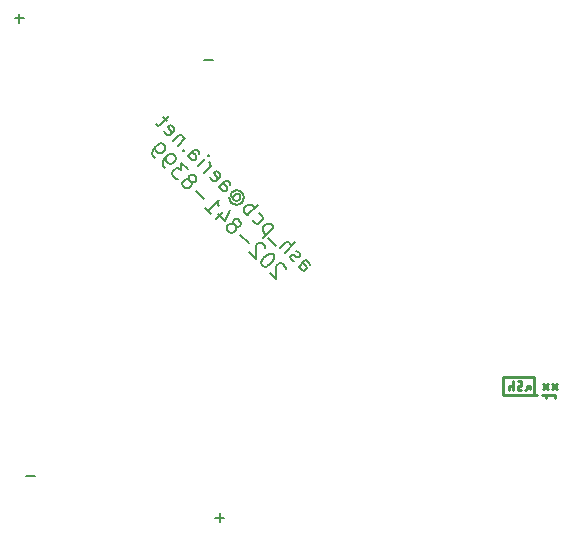
<source format=gbr>
%TF.GenerationSoftware,KiCad,Pcbnew,6.0.4*%
%TF.CreationDate,2022-07-27T16:30:24-04:00*%
%TF.ProjectId,verter,76657274-6572-42e6-9b69-6361645f7063,rev?*%
%TF.SameCoordinates,Original*%
%TF.FileFunction,Legend,Bot*%
%TF.FilePolarity,Positive*%
%FSLAX46Y46*%
G04 Gerber Fmt 4.6, Leading zero omitted, Abs format (unit mm)*
G04 Created by KiCad (PCBNEW 6.0.4) date 2022-07-27 16:30:24*
%MOMM*%
%LPD*%
G01*
G04 APERTURE LIST*
%ADD10C,0.150000*%
%ADD11C,0.127000*%
%ADD12C,0.254000*%
G04 APERTURE END LIST*
D10*
X165852213Y-125753931D02*
X166333719Y-125272425D01*
X166465039Y-125228652D01*
X166596359Y-125272425D01*
X166771452Y-125447518D01*
X166815225Y-125578838D01*
X165895986Y-125710158D02*
X165939759Y-125841478D01*
X166158626Y-126060344D01*
X166289946Y-126104117D01*
X166421266Y-126060344D01*
X166508812Y-125972798D01*
X166552585Y-125841478D01*
X166508812Y-125710158D01*
X166289946Y-125491292D01*
X166246172Y-125359972D01*
X165502027Y-125316198D02*
X165370707Y-125272425D01*
X165195614Y-125097332D01*
X165151840Y-124966012D01*
X165195614Y-124834692D01*
X165239387Y-124790919D01*
X165370707Y-124747146D01*
X165502027Y-124790919D01*
X165633347Y-124922239D01*
X165764666Y-124966012D01*
X165895986Y-124922239D01*
X165939759Y-124878466D01*
X165983533Y-124747146D01*
X165939759Y-124615826D01*
X165808440Y-124484506D01*
X165677120Y-124440733D01*
X164670334Y-124572053D02*
X165589573Y-123652814D01*
X164276375Y-124178093D02*
X164757881Y-123696587D01*
X164889201Y-123652814D01*
X165020521Y-123696587D01*
X165151840Y-123827907D01*
X165195614Y-123959227D01*
X165195614Y-124046773D01*
X163969962Y-124046773D02*
X163269590Y-123346401D01*
X163751096Y-122427162D02*
X162831857Y-123346401D01*
X163707322Y-122470935D02*
X163663549Y-122339616D01*
X163488456Y-122164522D01*
X163357136Y-122120749D01*
X163269590Y-122120749D01*
X163138270Y-122164522D01*
X162875630Y-122427162D01*
X162831857Y-122558482D01*
X162831857Y-122646029D01*
X162875630Y-122777348D01*
X163050723Y-122952441D01*
X163182043Y-122996215D01*
X161956391Y-121770563D02*
X162000165Y-121901883D01*
X162175258Y-122076976D01*
X162306577Y-122120749D01*
X162394124Y-122120749D01*
X162525444Y-122076976D01*
X162788084Y-121814336D01*
X162831857Y-121683016D01*
X162831857Y-121595470D01*
X162788084Y-121464150D01*
X162612990Y-121289057D01*
X162481671Y-121245284D01*
X161518659Y-121420377D02*
X162437897Y-120501138D01*
X162087711Y-120851324D02*
X162043938Y-120720004D01*
X161868845Y-120544911D01*
X161737525Y-120501138D01*
X161649978Y-120501138D01*
X161518659Y-120544911D01*
X161256019Y-120807551D01*
X161212246Y-120938871D01*
X161212246Y-121026417D01*
X161256019Y-121157737D01*
X161431112Y-121332830D01*
X161562432Y-121376603D01*
X160555646Y-119581899D02*
X160643193Y-119581899D01*
X160774513Y-119625672D01*
X160862059Y-119713219D01*
X160905833Y-119844539D01*
X160905833Y-119932085D01*
X160862059Y-120063405D01*
X160774513Y-120150952D01*
X160643193Y-120194725D01*
X160555646Y-120194725D01*
X160424327Y-120150952D01*
X160336780Y-120063405D01*
X160293007Y-119932085D01*
X160293007Y-119844539D01*
X160643193Y-119494353D02*
X160293007Y-119844539D01*
X160205460Y-119844539D01*
X160161687Y-119800766D01*
X160117914Y-119669446D01*
X160161687Y-119538126D01*
X160380553Y-119319259D01*
X160599420Y-119275486D01*
X160818286Y-119319259D01*
X161037152Y-119450579D01*
X161168472Y-119669446D01*
X161212246Y-119888312D01*
X161168472Y-120107178D01*
X161037152Y-120326045D01*
X160818286Y-120457365D01*
X160599420Y-120501138D01*
X160380553Y-120457365D01*
X160161687Y-120326045D01*
X160030367Y-120107178D01*
X159986594Y-119888312D01*
X159111128Y-119012847D02*
X159592634Y-118531340D01*
X159723954Y-118487567D01*
X159855274Y-118531340D01*
X160030367Y-118706434D01*
X160074140Y-118837753D01*
X159154902Y-118969073D02*
X159198675Y-119100393D01*
X159417541Y-119319259D01*
X159548861Y-119363033D01*
X159680181Y-119319259D01*
X159767727Y-119231713D01*
X159811501Y-119100393D01*
X159767727Y-118969073D01*
X159548861Y-118750207D01*
X159505088Y-118618887D01*
X158366983Y-118181154D02*
X158410756Y-118312474D01*
X158585849Y-118487567D01*
X158717169Y-118531340D01*
X158848489Y-118487567D01*
X159198675Y-118137381D01*
X159242448Y-118006061D01*
X159198675Y-117874741D01*
X159023582Y-117699648D01*
X158892262Y-117655875D01*
X158760942Y-117699648D01*
X158673396Y-117787195D01*
X159023582Y-118312474D01*
X157885477Y-117787195D02*
X158498302Y-117174369D01*
X158323209Y-117349462D02*
X158366983Y-117218142D01*
X158366983Y-117130596D01*
X158323209Y-116999276D01*
X158235663Y-116911729D01*
X157316424Y-117218142D02*
X157929250Y-116605316D01*
X158235663Y-116298903D02*
X158235663Y-116386450D01*
X158148116Y-116386450D01*
X158148116Y-116298903D01*
X158235663Y-116298903D01*
X158148116Y-116386450D01*
X156484732Y-116386450D02*
X156966238Y-115904944D01*
X157097558Y-115861171D01*
X157228877Y-115904944D01*
X157403970Y-116080037D01*
X157447744Y-116211357D01*
X156528505Y-116342677D02*
X156572278Y-116473996D01*
X156791145Y-116692863D01*
X156922464Y-116736636D01*
X157053784Y-116692863D01*
X157141331Y-116605316D01*
X157185104Y-116473996D01*
X157141331Y-116342677D01*
X156922464Y-116123810D01*
X156878691Y-115992490D01*
X156134545Y-115861171D02*
X156046999Y-115861171D01*
X156046999Y-115948717D01*
X156134545Y-115948717D01*
X156134545Y-115861171D01*
X156046999Y-115948717D01*
X156222092Y-114898159D02*
X155609266Y-115510984D01*
X156134545Y-114985705D02*
X156134545Y-114898159D01*
X156090772Y-114766839D01*
X155959452Y-114635519D01*
X155828133Y-114591746D01*
X155696813Y-114635519D01*
X155215307Y-115117025D01*
X154471161Y-114285333D02*
X154514934Y-114416652D01*
X154690027Y-114591746D01*
X154821347Y-114635519D01*
X154952667Y-114591746D01*
X155302853Y-114241559D01*
X155346626Y-114110240D01*
X155302853Y-113978920D01*
X155127760Y-113803827D01*
X154996440Y-113760053D01*
X154865120Y-113803827D01*
X154777574Y-113891373D01*
X155127760Y-114416652D01*
X154733801Y-113409867D02*
X154383614Y-113059681D01*
X154908894Y-112972134D02*
X154120975Y-113760053D01*
X153989655Y-113803827D01*
X153858335Y-113760053D01*
X153770788Y-113672507D01*
X164766198Y-125964480D02*
X164766198Y-125876934D01*
X164722425Y-125745614D01*
X164503559Y-125526747D01*
X164372239Y-125482974D01*
X164284692Y-125482974D01*
X164153373Y-125526747D01*
X164065826Y-125614294D01*
X163978279Y-125789387D01*
X163978279Y-126839946D01*
X163409227Y-126270893D01*
X163759413Y-124782602D02*
X163671866Y-124695055D01*
X163540547Y-124651282D01*
X163453000Y-124651282D01*
X163321680Y-124695055D01*
X163102814Y-124826375D01*
X162883948Y-125045241D01*
X162752628Y-125264108D01*
X162708854Y-125395428D01*
X162708854Y-125482974D01*
X162752628Y-125614294D01*
X162840174Y-125701840D01*
X162971494Y-125745614D01*
X163059041Y-125745614D01*
X163190360Y-125701840D01*
X163409227Y-125570521D01*
X163628093Y-125351654D01*
X163759413Y-125132788D01*
X163803186Y-125001468D01*
X163803186Y-124913922D01*
X163759413Y-124782602D01*
X163015267Y-124213549D02*
X163015267Y-124126003D01*
X162971494Y-123994683D01*
X162752628Y-123775816D01*
X162621308Y-123732043D01*
X162533761Y-123732043D01*
X162402441Y-123775816D01*
X162314895Y-123863363D01*
X162227348Y-124038456D01*
X162227348Y-125089015D01*
X161658296Y-124519962D01*
X161614522Y-123775816D02*
X160914150Y-123075444D01*
X160520191Y-122331298D02*
X160651510Y-122375071D01*
X160739057Y-122375071D01*
X160870377Y-122331298D01*
X160914150Y-122287525D01*
X160957923Y-122156205D01*
X160957923Y-122068659D01*
X160914150Y-121937339D01*
X160739057Y-121762246D01*
X160607737Y-121718472D01*
X160520191Y-121718472D01*
X160388871Y-121762246D01*
X160345097Y-121806019D01*
X160301324Y-121937339D01*
X160301324Y-122024885D01*
X160345097Y-122156205D01*
X160520191Y-122331298D01*
X160563964Y-122462618D01*
X160563964Y-122550165D01*
X160520191Y-122681484D01*
X160345097Y-122856577D01*
X160213778Y-122900351D01*
X160126231Y-122900351D01*
X159994911Y-122856577D01*
X159819818Y-122681484D01*
X159776045Y-122550165D01*
X159776045Y-122462618D01*
X159819818Y-122331298D01*
X159994911Y-122156205D01*
X160126231Y-122112432D01*
X160213778Y-122112432D01*
X160345097Y-122156205D01*
X159469632Y-121105646D02*
X158856806Y-121718472D01*
X160038685Y-120974327D02*
X159600952Y-121849792D01*
X159031899Y-121280740D01*
X157893794Y-120755460D02*
X158419073Y-121280740D01*
X158156434Y-121018100D02*
X159075672Y-120098861D01*
X159031899Y-120317727D01*
X159031899Y-120492821D01*
X159075672Y-120624140D01*
X157850021Y-120011314D02*
X157149648Y-119310942D01*
X156755689Y-118566796D02*
X156887009Y-118610570D01*
X156974555Y-118610570D01*
X157105875Y-118566796D01*
X157149648Y-118523023D01*
X157193422Y-118391703D01*
X157193422Y-118304157D01*
X157149648Y-118172837D01*
X156974555Y-117997744D01*
X156843235Y-117953970D01*
X156755689Y-117953970D01*
X156624369Y-117997744D01*
X156580596Y-118041517D01*
X156536822Y-118172837D01*
X156536822Y-118260383D01*
X156580596Y-118391703D01*
X156755689Y-118566796D01*
X156799462Y-118698116D01*
X156799462Y-118785663D01*
X156755689Y-118916983D01*
X156580596Y-119092076D01*
X156449276Y-119135849D01*
X156361729Y-119135849D01*
X156230409Y-119092076D01*
X156055316Y-118916983D01*
X156011543Y-118785663D01*
X156011543Y-118698116D01*
X156055316Y-118566796D01*
X156230409Y-118391703D01*
X156361729Y-118347930D01*
X156449276Y-118347930D01*
X156580596Y-118391703D01*
X156493049Y-117516238D02*
X155923996Y-116947185D01*
X155880223Y-117603784D01*
X155748903Y-117472464D01*
X155617584Y-117428691D01*
X155530037Y-117428691D01*
X155398717Y-117472464D01*
X155179851Y-117691331D01*
X155136077Y-117822651D01*
X155136077Y-117910197D01*
X155179851Y-118041517D01*
X155442490Y-118304157D01*
X155573810Y-118347930D01*
X155661357Y-118347930D01*
X154567025Y-117428691D02*
X154391932Y-117253598D01*
X154348159Y-117122278D01*
X154348159Y-117034732D01*
X154391932Y-116815865D01*
X154523252Y-116596999D01*
X154873438Y-116246813D01*
X155004758Y-116203039D01*
X155092304Y-116203039D01*
X155223624Y-116246813D01*
X155398717Y-116421906D01*
X155442490Y-116553226D01*
X155442490Y-116640772D01*
X155398717Y-116772092D01*
X155179851Y-116990958D01*
X155048531Y-117034732D01*
X154960984Y-117034732D01*
X154829665Y-116990958D01*
X154654571Y-116815865D01*
X154610798Y-116684545D01*
X154610798Y-116596999D01*
X154654571Y-116465679D01*
X153691559Y-116553226D02*
X153516466Y-116378133D01*
X153472693Y-116246813D01*
X153472693Y-116159266D01*
X153516466Y-115940400D01*
X153647786Y-115721533D01*
X153997972Y-115371347D01*
X154129292Y-115327574D01*
X154216839Y-115327574D01*
X154348159Y-115371347D01*
X154523252Y-115546440D01*
X154567025Y-115677760D01*
X154567025Y-115765307D01*
X154523252Y-115896626D01*
X154304385Y-116115493D01*
X154173065Y-116159266D01*
X154085519Y-116159266D01*
X153954199Y-116115493D01*
X153779106Y-115940400D01*
X153735333Y-115809080D01*
X153735333Y-115721533D01*
X153779106Y-115590214D01*
D11*
%TO.C,*%
D10*
%TO.C,C6*%
X157805047Y-108283428D02*
X158566952Y-108283428D01*
X141803047Y-104727428D02*
X142564952Y-104727428D01*
X142184000Y-105108380D02*
X142184000Y-104346476D01*
%TO.C,C7*%
X143544952Y-143466571D02*
X142783047Y-143466571D01*
X159546952Y-147022571D02*
X158785047Y-147022571D01*
X159166000Y-146641619D02*
X159166000Y-147403523D01*
D12*
%TO.C,*%
X185168765Y-135834919D02*
X185168765Y-136088919D01*
X185422765Y-136088919D02*
X185422765Y-135834919D01*
X185803765Y-135072919D02*
X183136765Y-135072919D01*
X186819765Y-136850919D02*
X186819765Y-136596919D01*
X187708765Y-135707919D02*
X187327765Y-136088919D01*
X184406765Y-135834919D02*
X184406765Y-136215919D01*
X184660765Y-135453919D02*
X184660765Y-135834919D01*
X186565765Y-135707919D02*
X186946765Y-136088919D01*
X184406765Y-135453919D02*
X184660765Y-135453919D01*
X187581765Y-136596919D02*
X187581765Y-136850919D01*
X183136765Y-135072919D02*
X183136765Y-136596919D01*
X184406765Y-136215919D02*
X184660765Y-136215919D01*
X186946765Y-135707919D02*
X186565765Y-136088919D01*
X187327765Y-135707919D02*
X187708765Y-136088919D01*
X185168765Y-136088919D02*
X185041765Y-136215919D01*
X187581765Y-136596919D02*
X186438765Y-136596919D01*
X185422765Y-135834919D02*
X185168765Y-135834919D01*
X184660765Y-135834919D02*
X184406765Y-135834919D01*
X183136765Y-136596919D02*
X186057765Y-136596919D01*
X183898765Y-135834919D02*
X183644765Y-135834919D01*
X185803765Y-136469919D02*
X185803765Y-135072919D01*
X184025765Y-135453919D02*
X184025765Y-136215919D01*
X183644765Y-135834919D02*
X183644765Y-136215919D01*
%TD*%
M02*

</source>
